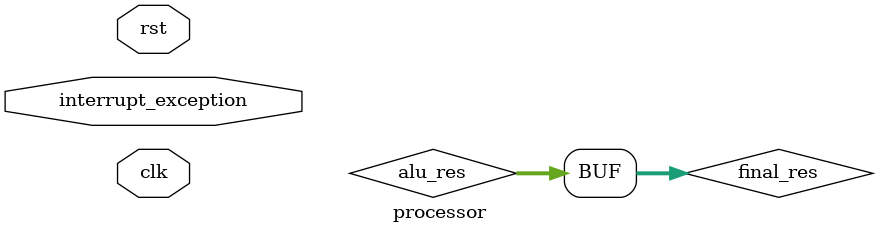
<source format=sv>
module processor (
    input logic clk,
    input logic rst,
    input logic interrupt_exception  // Interrupt/exception input (from timer or external)
);
    // Internal signals
    logic [31:0] pc_out;
    logic [31:0] inst;
    // IF/ID buffer outputs
    logic [31:0] id_pc;
    logic [31:0] id_inst;
    // Decode for ID/EX stage
    logic [6:0] opcode_id;
    logic [2:0] funct3_id;
    logic [6:0] funct7_id;
    logic [4:0] rs1_id;
    logic [4:0] rs2_id;
    logic [4:0] rd_id;
    logic [31:0] rdata1;
    logic [31:0] rdata2;
    logic [31:0] wdata;
    logic [31:0] load_data;
    logic rf_en_id;
    logic [3:0] aluop_id;
    logic sel_b_id;
    logic is_load_id;
    logic mem_write_id;
    logic [2:0] load_type_id;
    logic load_unsigned_id;
    logic [2:0] store_type_id;
    logic [31:0] imm;
    logic [31:0] alu_b;
    logic [31:0] alu_res;
    logic [31:0] final_res;  // Final result from ALU
    logic zero;              // Zero flag from ALU
    logic is_branch_id;
    logic is_jal_id;
    logic is_jalr_id;
    logic branch_taken;
    logic [31:0] pc_next;
    
    // CSR signals
    logic [31:0] csr_rdata;      // CSR read data
    logic [31:0] epc;            // Exception Program Counter from CSR
    logic [31:0] pc_final;       // Final PC input after EPC mux
    logic        is_csr_id;      // CSR instruction flag in ID stage (Defined here)
    assign is_csr_id = (opcode_id == 7'b1110011);

    // EX/MEM buffer outputs (from buffer2: just PC, rd, wdata, alu_res)
    logic [31:0] mem_pc;
    logic [4:0]  mem_rd;         // destination register from buffer
    logic [31:0] mem_wdata;
    logic [31:0] mem_addr;       // buffered alu result

    // Branch condition logic
    always_comb begin
        branch_taken = 1'b0;
        if (is_branch_id) begin
            case (funct3_id)
                3'b000: branch_taken = zero;          // BEQ
                3'b001: branch_taken = ~zero;         // BNE
                3'b100: branch_taken = alu_res[0];    // BLT (SLT result)
                3'b101: branch_taken = ~alu_res[0];   // BGE (!SLT result)
                3'b110: branch_taken = alu_res[0];    // BLTU (SLTU result)
                3'b111: branch_taken = ~alu_res[0];   // BGEU (!SLTU result)
                default: branch_taken = 1'b0;
            endcase
        end
    end

    // PC Next Logic (branch/jump selection)
    always_comb begin
        if (is_jalr_id) begin
            pc_next = (rdata1 + imm) & 32'hFFFFFFFE; // JALR: (rs1 + imm) & ~1
        end else if (is_jal_id || branch_taken) begin
            pc_next = pc_out + imm;                  // JAL or Taken Branch: PC + imm
        end else begin
            pc_next = pc_out + 32'd4;                // Default: PC + 4
        end
    end

    // MUX for EPC/PC selection (before PC module)
    // When interrupt_exception is asserted, jump to trap handler (use EPC from CSR)
    // Otherwise, use normal pc_next from branch logic
    mux2 mux_epc (
        .in0(pc_next),           // Normal next PC
        .in1(epc),               // Exception PC from CSR
        .sel(interrupt_exception),
        .out(pc_final)
    );

    // Program counter instance
    pc pc_inst (
        .clk(clk),
        .rst(rst),
        .pc_in(pc_final),        // Use pc_final after EPC mux
        .pc_out(pc_out)
    );

    // Instruction memory instance
    inst_mem imem_inst (
        .addr(pc_out),
        .data(inst)
    );

    // IF/ID Buffer: latch PC and instruction for decode stage
    logic flush_if_id;
    assign flush_if_id = branch_taken | is_jal_id | is_jalr_id | interrupt_exception;

    buffer1 if_id_buf (
        .clk(clk),
        .rst(rst),
        .flush(flush_if_id),
        .pc_in(pc_out),
        .instr_in(inst),
        .pc_out(id_pc),
        .instr_out(id_inst)
    );

    // Instruction decode instance
    // Decode for ID/EX stage
    inst_dec idec_id (
        .inst(id_inst),
        .opcode(opcode_id),
        .funct3(funct3_id),
        .funct7(funct7_id),
        .rs1(rs1_id),
        .rs2(rs2_id),
        .rd(rd_id)
    );

    // Immediate generator
    imm_gen imm_gen_inst (
        .inst(id_inst),
        .imm_out(imm)
    );

    // EX/MEM stage signals (outputs from buffer2)
    logic        mem_rf_en;
    logic        mem_mem_write;
    logic [2:0]  mem_load_type;
    logic        mem_load_unsigned;
    logic        mem_is_load;
    logic        mem_is_csr;
    logic        mem_is_jal;
    logic        mem_is_jalr;
    logic [31:0] mem_csr_rdata;

    // Writeback MUX logic (Stage 3)
    // Uses pipelined control signals from buffer2
    logic [31:0] writeback_data;
    
    always_comb begin
        if (mem_is_jal || mem_is_jalr)
            writeback_data = mem_pc + 32'd4;      // Return address for JAL/JALR (from buffered PC)
        else if (mem_is_load)
            writeback_data = load_data;           // Load from data memory
        else if (mem_is_csr)
            writeback_data = mem_csr_rdata;       // CSR read data (buffered)
        else
            writeback_data = mem_addr;            // ALU result (buffered)
    end

    // Register file instance
    reg_file rfile_inst (
        .clk(clk),
        .rf_en(mem_rf_en),      // Use pipelined write enable
        .rs1(rs1_id),
        .rs2(rs2_id),
        .rd(mem_rd),
        .wdata(writeback_data), // Writeback MUX with 4 inputs
        .rdata1(rdata1),
        .rdata2(rdata2)
    );

    // Data memory instance
    data_mem dmem_inst (
        .clk(clk),
        .addr(mem_addr),      // Address from buffered final result
        .wdata(mem_wdata),    // Data from buffered rs2
        .load_type(mem_load_type), // Use pipelined load type
        .load_unsigned(mem_load_unsigned), // Use pipelined unsigned flag
        .mem_write(mem_mem_write), // Use pipelined write enable
        .store_type(mem_load_type), // Reuse pipelined load_type (funct3) for store width.
        .rdata(load_data)
    );

    // Hazard Handling Logic
    logic forward_a;
    logic forward_b;
    logic [31:0] forwarded_rdata1;
    logic [31:0] forwarded_rdata2;

    hazard_unit hazard_inst (
        .rs1(rs1_id),
        .rs2(rs2_id),
        .rd_mem(mem_rd),
        .rf_en_mem(mem_rf_en),
        .forward_a(forward_a),
        .forward_b(forward_b)
    );

    // Forwarding MUXes
    // If forward signal is high, bypass Register File and use Writeback Data from Stage 3
    assign forwarded_rdata1 = (forward_a) ? writeback_data : rdata1;
    assign forwarded_rdata2 = (forward_b) ? writeback_data : rdata2;

    // Mux for selecting between register and immediate
    mux2 mux_alu_b (
        .in0(forwarded_rdata2), // Use forwarded data
        .in1(imm),
        .sel(sel_b_id),
        .out(alu_b)
    );

    // Control logic
    // Controller for ID/EX stage
    controller ctrl_id (
        .opcode(opcode_id),
        .funct3(funct3_id),
        .funct7(funct7_id),
        .rf_en(rf_en_id),
        .aluop(aluop_id),
        .sel_b(sel_b_id),
        .is_load(is_load_id),
        .mem_write(mem_write_id),
        .load_type(load_type_id),
        .load_unsigned(load_unsigned_id),
        .store_type(store_type_id),
        .is_branch(is_branch_id),
        .is_jal(is_jal_id),
        .is_jalr(is_jalr_id)
    );

    // ALU instance
    alu alu_inst (
        .opr_a(forwarded_rdata1), // Use forwarded data
        .opr_b(alu_b),
        .aluop(aluop_id),
        .alu_res(alu_res),
        .zero(zero)
    );

    // Final result: no MOD operation; use ALU result directly
    assign final_res = alu_res;

    // EX/MEM Buffer: latch PC, rd, store data (WD), and ALU result
    // AND control signals
    buffer2 ex_mem_buf (
        .clk(clk),
        .rst(rst),
        .pc_in(id_pc),
        .rd_in(rd_id),
        .wdata_in(forwarded_rdata2), // Use forwarded data (important for STORE instructions)
        .alu_res_in(final_res),
        .csr_rdata_in(csr_rdata), // Pipeline CSR data

        // Control Inputs
        .rf_en_in(rf_en_id),
        .mem_write_in(mem_write_id),
        .load_type_in(load_type_id), // Use load_type which mirrors funct3
        .load_unsigned_in(load_unsigned_id),
        .is_load_in(is_load_id),
        .is_csr_in(is_csr_id),
        .is_jal_in(is_jal_id),
        .is_jalr_in(is_jalr_id),

        .pc_out(mem_pc),
        .rd_out(mem_rd),
        .wdata_out(mem_wdata),
        .alu_res_out(mem_addr),
        .csr_rdata_out(mem_csr_rdata),

        // Control Outputs
        .rf_en_out(mem_rf_en),
        .mem_write_out(mem_mem_write),
        .load_type_out(mem_load_type),
        .load_unsigned_out(mem_load_unsigned),
        .is_load_out(mem_is_load),
        .is_csr_out(mem_is_csr),
        .is_jal_out(mem_is_jal),
        .is_jalr_out(mem_is_jalr)
    );

    // CSR Register File instance
    csr_reg_file csr_inst (
        .clk(clk),
        .rst(rst),
        .data(rdata1),                    // Data input from rs1 for CSR writes
        .pc(pc_out),                      // Current PC
        .interrupt_exception(interrupt_exception), // Interrupt signal
        .instruction(id_inst),            // Instruction in decode stage
        .rdata(csr_rdata),                // CSR read data output
        .epc(epc)                         // Exception PC output
    );

endmodule
</source>
